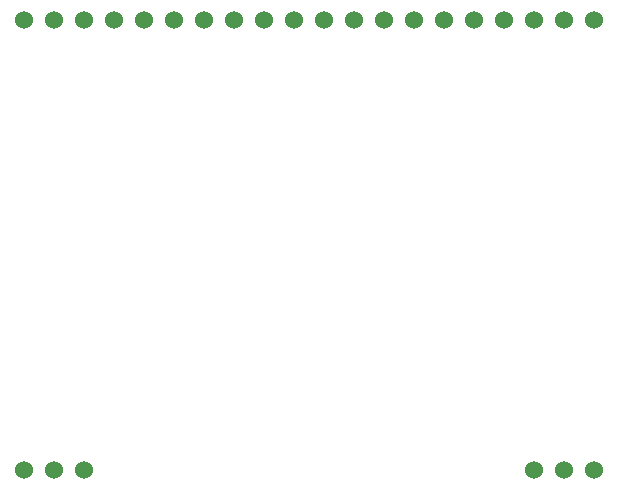
<source format=gbr>
%TF.GenerationSoftware,KiCad,Pcbnew,(6.0.10)*%
%TF.CreationDate,2023-01-08T01:11:37-07:00*%
%TF.ProjectId,decimator_pcb,64656369-6d61-4746-9f72-5f7063622e6b,rev?*%
%TF.SameCoordinates,Original*%
%TF.FileFunction,Copper,L2,Bot*%
%TF.FilePolarity,Positive*%
%FSLAX46Y46*%
G04 Gerber Fmt 4.6, Leading zero omitted, Abs format (unit mm)*
G04 Created by KiCad (PCBNEW (6.0.10)) date 2023-01-08 01:11:37*
%MOMM*%
%LPD*%
G01*
G04 APERTURE LIST*
%TA.AperFunction,ComponentPad*%
%ADD10C,1.524000*%
%TD*%
G04 APERTURE END LIST*
D10*
%TO.P,REF\u002A\u002A,1*%
%TO.N,N/C*%
X102000000Y-98000000D03*
%TO.P,REF\u002A\u002A,2*%
X104540000Y-98000000D03*
%TO.P,REF\u002A\u002A,3*%
X107080000Y-98000000D03*
%TO.P,REF\u002A\u002A,18*%
X145180000Y-98000000D03*
%TO.P,REF\u002A\u002A,19*%
X147720000Y-98000000D03*
%TO.P,REF\u002A\u002A,20*%
X150260000Y-98000000D03*
%TO.P,REF\u002A\u002A,21*%
X150260000Y-59900000D03*
%TO.P,REF\u002A\u002A,22*%
X147720000Y-59900000D03*
%TO.P,REF\u002A\u002A,23*%
X145180000Y-59900000D03*
%TO.P,REF\u002A\u002A,24*%
X142640000Y-59900000D03*
%TO.P,REF\u002A\u002A,25*%
X140100000Y-59900000D03*
%TO.P,REF\u002A\u002A,26*%
X137560000Y-59900000D03*
%TO.P,REF\u002A\u002A,27*%
X135020000Y-59900000D03*
%TO.P,REF\u002A\u002A,28*%
X132480000Y-59900000D03*
%TO.P,REF\u002A\u002A,29*%
X129940000Y-59900000D03*
%TO.P,REF\u002A\u002A,30*%
X127400000Y-59900000D03*
%TO.P,REF\u002A\u002A,31*%
X124860000Y-59900000D03*
%TO.P,REF\u002A\u002A,32*%
X122320000Y-59900000D03*
%TO.P,REF\u002A\u002A,33*%
X119780000Y-59900000D03*
%TO.P,REF\u002A\u002A,34*%
X117240000Y-59900000D03*
%TO.P,REF\u002A\u002A,35*%
X114700000Y-59900000D03*
%TO.P,REF\u002A\u002A,36*%
X112160000Y-59900000D03*
%TO.P,REF\u002A\u002A,37*%
X109620000Y-59900000D03*
%TO.P,REF\u002A\u002A,38*%
X107080000Y-59900000D03*
%TO.P,REF\u002A\u002A,39*%
X104540000Y-59900000D03*
%TO.P,REF\u002A\u002A,40*%
X102000000Y-59900000D03*
%TD*%
M02*

</source>
